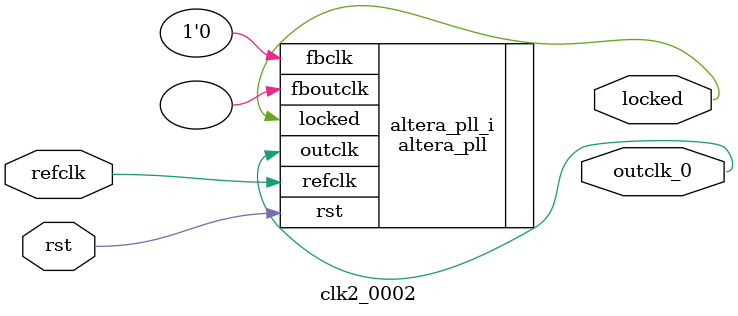
<source format=v>
`timescale 1ns/10ps
module  clk2_0002(

	// interface 'refclk'
	input wire refclk,

	// interface 'reset'
	input wire rst,

	// interface 'outclk0'
	output wire outclk_0,

	// interface 'locked'
	output wire locked
);

	altera_pll #(
		.fractional_vco_multiplier("false"),
		.reference_clock_frequency("50.0 MHz"),
		.operation_mode("normal"),
		.number_of_clocks(1),
		.output_clock_frequency0("1.600000 MHz"),
		.phase_shift0("0 ps"),
		.duty_cycle0(50),
		.output_clock_frequency1("0 MHz"),
		.phase_shift1("0 ps"),
		.duty_cycle1(50),
		.output_clock_frequency2("0 MHz"),
		.phase_shift2("0 ps"),
		.duty_cycle2(50),
		.output_clock_frequency3("0 MHz"),
		.phase_shift3("0 ps"),
		.duty_cycle3(50),
		.output_clock_frequency4("0 MHz"),
		.phase_shift4("0 ps"),
		.duty_cycle4(50),
		.output_clock_frequency5("0 MHz"),
		.phase_shift5("0 ps"),
		.duty_cycle5(50),
		.output_clock_frequency6("0 MHz"),
		.phase_shift6("0 ps"),
		.duty_cycle6(50),
		.output_clock_frequency7("0 MHz"),
		.phase_shift7("0 ps"),
		.duty_cycle7(50),
		.output_clock_frequency8("0 MHz"),
		.phase_shift8("0 ps"),
		.duty_cycle8(50),
		.output_clock_frequency9("0 MHz"),
		.phase_shift9("0 ps"),
		.duty_cycle9(50),
		.output_clock_frequency10("0 MHz"),
		.phase_shift10("0 ps"),
		.duty_cycle10(50),
		.output_clock_frequency11("0 MHz"),
		.phase_shift11("0 ps"),
		.duty_cycle11(50),
		.output_clock_frequency12("0 MHz"),
		.phase_shift12("0 ps"),
		.duty_cycle12(50),
		.output_clock_frequency13("0 MHz"),
		.phase_shift13("0 ps"),
		.duty_cycle13(50),
		.output_clock_frequency14("0 MHz"),
		.phase_shift14("0 ps"),
		.duty_cycle14(50),
		.output_clock_frequency15("0 MHz"),
		.phase_shift15("0 ps"),
		.duty_cycle15(50),
		.output_clock_frequency16("0 MHz"),
		.phase_shift16("0 ps"),
		.duty_cycle16(50),
		.output_clock_frequency17("0 MHz"),
		.phase_shift17("0 ps"),
		.duty_cycle17(50),
		.pll_type("General"),
		.pll_subtype("General")
	) altera_pll_i (
		.rst	(rst),
		.outclk	({outclk_0}),
		.locked	(locked),
		.fboutclk	( ),
		.fbclk	(1'b0),
		.refclk	(refclk)
	);
endmodule


</source>
